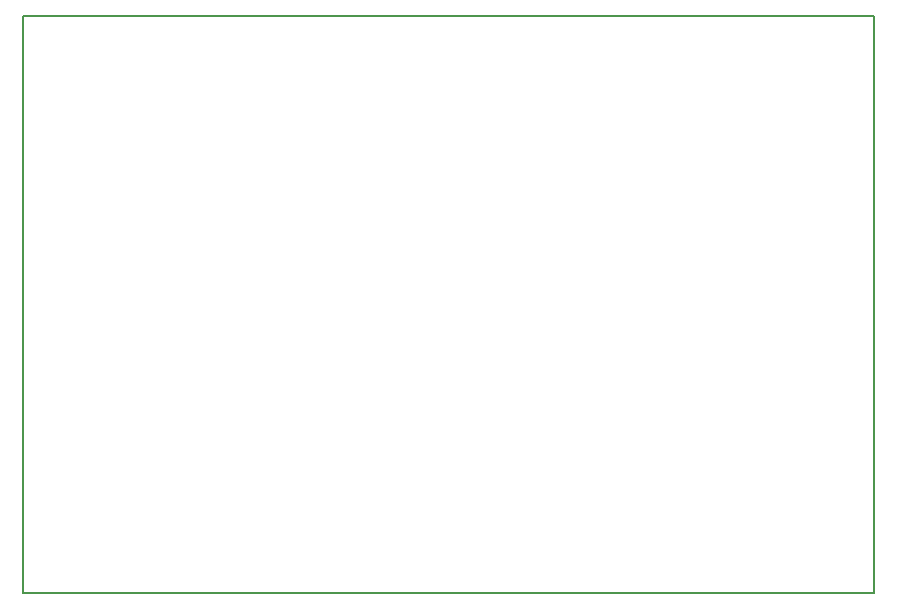
<source format=gbr>
%TF.GenerationSoftware,KiCad,Pcbnew,8.0.0*%
%TF.CreationDate,2024-04-17T16:19:53+02:00*%
%TF.ProjectId,Screen Control,53637265-656e-4204-936f-6e74726f6c2e,rev?*%
%TF.SameCoordinates,Original*%
%TF.FileFunction,Profile,NP*%
%FSLAX46Y46*%
G04 Gerber Fmt 4.6, Leading zero omitted, Abs format (unit mm)*
G04 Created by KiCad (PCBNEW 8.0.0) date 2024-04-17 16:19:53*
%MOMM*%
%LPD*%
G01*
G04 APERTURE LIST*
%TA.AperFunction,Profile*%
%ADD10C,0.200000*%
%TD*%
G04 APERTURE END LIST*
D10*
X111239300Y-56337200D02*
X183349900Y-56337200D01*
X183349900Y-105232200D01*
X111239300Y-105232200D01*
X111239300Y-56337200D01*
M02*

</source>
